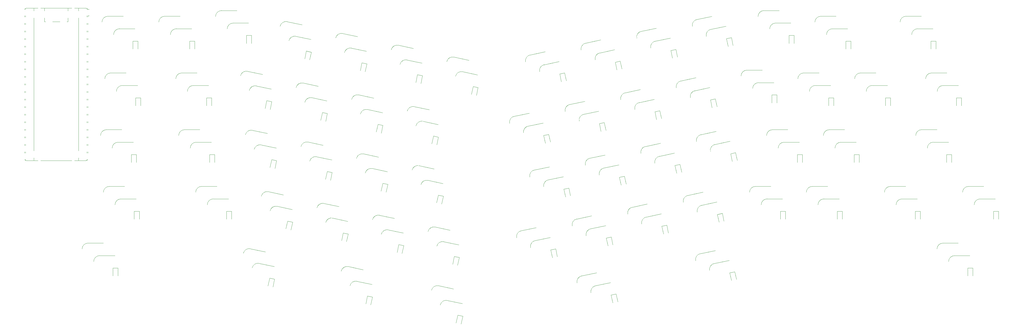
<source format=gbr>
%TF.GenerationSoftware,KiCad,Pcbnew,9.0.3*%
%TF.CreationDate,2025-08-01T16:02:48+05:00*%
%TF.ProjectId,Ayumu62,4179756d-7536-4322-9e6b-696361645f70,rev?*%
%TF.SameCoordinates,Original*%
%TF.FileFunction,Legend,Bot*%
%TF.FilePolarity,Positive*%
%FSLAX46Y46*%
G04 Gerber Fmt 4.6, Leading zero omitted, Abs format (unit mm)*
G04 Created by KiCad (PCBNEW 9.0.3) date 2025-08-01 16:02:48*
%MOMM*%
%LPD*%
G01*
G04 APERTURE LIST*
%ADD10C,0.120000*%
G04 APERTURE END LIST*
D10*
%TO.C,SW61*%
X248899404Y-169765419D02*
X253887957Y-168705070D01*
X253587409Y-173062784D02*
X258575962Y-172002434D01*
X247358932Y-172137538D02*
G75*
G02*
X248899404Y-169765419I1956295J415824D01*
G01*
X252046937Y-175434902D02*
G75*
G02*
X253587409Y-173062784I1956294J415824D01*
G01*
%TO.C,SW5*%
X329117500Y-82545600D02*
X334217500Y-82545600D01*
X333017500Y-86745600D02*
X338117500Y-86745600D01*
X327117500Y-84545600D02*
G75*
G02*
X329117500Y-82545600I1999999J1D01*
G01*
X331017500Y-88745600D02*
G75*
G02*
X333017500Y-86745600I1999999J1D01*
G01*
%TO.C,SW38*%
X143867186Y-141459144D02*
X148855738Y-142519493D01*
X146808732Y-146378219D02*
X151797285Y-147438569D01*
X141495067Y-142999615D02*
G75*
G02*
X143867186Y-141459144I1956294J-415823D01*
G01*
X144436613Y-147918691D02*
G75*
G02*
X146808732Y-146378218I1956295J-415822D01*
G01*
%TO.C,SW46*%
X250292704Y-91566819D02*
X255281257Y-90506470D01*
X254980709Y-94864184D02*
X259969262Y-93803834D01*
X248752232Y-93938938D02*
G75*
G02*
X250292704Y-91566819I1956295J415824D01*
G01*
X253440237Y-97236302D02*
G75*
G02*
X254980709Y-94864184I1956294J415824D01*
G01*
%TO.C,SW48*%
X287560204Y-83645419D02*
X292548757Y-82585070D01*
X292248209Y-86942784D02*
X297236762Y-85882434D01*
X286019732Y-86017538D02*
G75*
G02*
X287560204Y-83645419I1956295J415824D01*
G01*
X290707737Y-89314902D02*
G75*
G02*
X292248209Y-86942784I1956294J415824D01*
G01*
%TO.C,SW56*%
X288959804Y-122299119D02*
X293948357Y-121238770D01*
X293647809Y-125596484D02*
X298636362Y-124536134D01*
X287419332Y-124671238D02*
G75*
G02*
X288959804Y-122299119I1956295J415824D01*
G01*
X292107337Y-127968602D02*
G75*
G02*
X293647809Y-125596484I1956294J415824D01*
G01*
%TO.C,SW26*%
X150159286Y-84369744D02*
X155147838Y-85430093D01*
X153100832Y-89288819D02*
X158089385Y-90349169D01*
X147787167Y-85910215D02*
G75*
G02*
X150159286Y-84369744I1956294J-415823D01*
G01*
X150728713Y-90829291D02*
G75*
G02*
X153100832Y-89288818I1956295J-415822D01*
G01*
%TO.C,SW42*%
X170652086Y-166628044D02*
X175640638Y-167688393D01*
X173593632Y-171547119D02*
X178582185Y-172607469D01*
X168279967Y-168168515D02*
G75*
G02*
X170652086Y-166628044I1956294J-415823D01*
G01*
X171221513Y-173087591D02*
G75*
G02*
X173593632Y-171547118I1956295J-415822D01*
G01*
%TO.C,SW31*%
X155515386Y-104983844D02*
X160503938Y-106044193D01*
X158456932Y-109902919D02*
X163445485Y-110963269D01*
X153143267Y-106524315D02*
G75*
G02*
X155515386Y-104983844I1956294J-415823D01*
G01*
X156084813Y-111443391D02*
G75*
G02*
X158456932Y-109902918I1956295J-415822D01*
G01*
%TO.C,SW7*%
X304352500Y-100643100D02*
X309452500Y-100643100D01*
X308252500Y-104843100D02*
X313352500Y-104843100D01*
X302352500Y-102643100D02*
G75*
G02*
X304352500Y-100643100I1999999J1D01*
G01*
X306252500Y-106843100D02*
G75*
G02*
X308252500Y-104843100I1999999J1D01*
G01*
%TO.C,SW58*%
X247267904Y-150636619D02*
X252256457Y-149576270D01*
X251955909Y-153933984D02*
X256944462Y-152873634D01*
X245727432Y-153008738D02*
G75*
G02*
X247267904Y-150636619I1956295J415824D01*
G01*
X250415437Y-156306102D02*
G75*
G02*
X251955909Y-153933984I1956294J415824D01*
G01*
%TO.C,SW39*%
X162500886Y-145419844D02*
X167489438Y-146480193D01*
X165442432Y-150338919D02*
X170430985Y-151399269D01*
X160128767Y-146960315D02*
G75*
G02*
X162500886Y-145419844I1956294J-415823D01*
G01*
X163070313Y-151879391D02*
G75*
G02*
X165442432Y-150338918I1956295J-415822D01*
G01*
%TO.C,SW17*%
X362931300Y-120645600D02*
X368031300Y-120645600D01*
X366831300Y-124845600D02*
X371931300Y-124845600D01*
X360931300Y-122645600D02*
G75*
G02*
X362931300Y-120645600I1999999J1D01*
G01*
X364831300Y-126845600D02*
G75*
G02*
X366831300Y-124845600I1999999J1D01*
G01*
%TO.C,SW51*%
X263570304Y-108220219D02*
X268558857Y-107159870D01*
X268258309Y-111517584D02*
X273246862Y-110457234D01*
X262029832Y-110592338D02*
G75*
G02*
X263570304Y-108220219I1956295J415824D01*
G01*
X266717837Y-113889702D02*
G75*
G02*
X268258309Y-111517584I1956294J415824D01*
G01*
%TO.C,SW12*%
X366265000Y-101595600D02*
X371365000Y-101595600D01*
X370165000Y-105795600D02*
X375265000Y-105795600D01*
X364265000Y-103595600D02*
G75*
G02*
X366265000Y-101595600I1999999J1D01*
G01*
X368165000Y-107795600D02*
G75*
G02*
X370165000Y-105795600I1999999J1D01*
G01*
%TO.C,SW47*%
X268926504Y-87606119D02*
X273915057Y-86545770D01*
X273614509Y-90903484D02*
X278603062Y-89843134D01*
X267386032Y-89978238D02*
G75*
G02*
X268926504Y-87606119I1956295J415824D01*
G01*
X272074037Y-93275602D02*
G75*
G02*
X273614509Y-90903484I1956294J415824D01*
G01*
%TO.C,SW40*%
X181134586Y-149380544D02*
X186123138Y-150440893D01*
X184076132Y-154299619D02*
X189064685Y-155359969D01*
X178762467Y-150921015D02*
G75*
G02*
X181134586Y-149380544I1956294J-415823D01*
G01*
X181704013Y-155840091D02*
G75*
G02*
X184076132Y-154299618I1956295J-415822D01*
G01*
%TO.C,SW24*%
X83372500Y-158745600D02*
X88472500Y-158745600D01*
X87272500Y-162945600D02*
X92372500Y-162945600D01*
X81372500Y-160745600D02*
G75*
G02*
X83372500Y-158745600I1999999J1D01*
G01*
X85272500Y-164945600D02*
G75*
G02*
X87272500Y-162945600I1999999J1D01*
G01*
%TO.C,SW57*%
X228634204Y-154597319D02*
X233622757Y-153536970D01*
X233322209Y-157894684D02*
X238310762Y-156834334D01*
X227093732Y-156969438D02*
G75*
G02*
X228634204Y-154597319I1956295J415824D01*
G01*
X231781737Y-160266802D02*
G75*
G02*
X233322209Y-157894684I1956294J415824D01*
G01*
%TO.C,SW52*%
X282204004Y-104259519D02*
X287192557Y-103199170D01*
X286892009Y-107556884D02*
X291880562Y-106496534D01*
X280663532Y-106631638D02*
G75*
G02*
X282204004Y-104259519I1956295J415824D01*
G01*
X285351537Y-109929002D02*
G75*
G02*
X286892009Y-107556884I1956294J415824D01*
G01*
%TO.C,SW3*%
X90040000Y-82545600D02*
X95140000Y-82545600D01*
X93940000Y-86745600D02*
X99040000Y-86745600D01*
X88040000Y-84545600D02*
G75*
G02*
X90040000Y-82545600I1999999J1D01*
G01*
X91940000Y-88745600D02*
G75*
G02*
X93940000Y-86745600I1999999J1D01*
G01*
%TO.C,SW30*%
X136881686Y-101023144D02*
X141870238Y-102083493D01*
X139823232Y-105942219D02*
X144811785Y-107002569D01*
X134509567Y-102563615D02*
G75*
G02*
X136881686Y-101023144I1956294J-415823D01*
G01*
X137451113Y-107482691D02*
G75*
G02*
X139823232Y-105942218I1956295J-415822D01*
G01*
%TO.C,SW45*%
X231659004Y-95527619D02*
X236647557Y-94467270D01*
X236347009Y-98824984D02*
X241335562Y-97764634D01*
X230118532Y-97899738D02*
G75*
G02*
X231659004Y-95527619I1956295J415824D01*
G01*
X234806537Y-101197102D02*
G75*
G02*
X236347009Y-98824984I1956294J415824D01*
G01*
%TO.C,SW20*%
X307210000Y-139695600D02*
X312310000Y-139695600D01*
X311110000Y-143895600D02*
X316210000Y-143895600D01*
X305210000Y-141695600D02*
G75*
G02*
X307210000Y-139695600I1999999J1D01*
G01*
X309110000Y-145895600D02*
G75*
G02*
X311110000Y-143895600I1999999J1D01*
G01*
%TO.C,SW55*%
X270326104Y-126259819D02*
X275314657Y-125199470D01*
X275014109Y-129557184D02*
X280002662Y-128496834D01*
X268785632Y-128631938D02*
G75*
G02*
X270326104Y-126259819I1956295J415824D01*
G01*
X273473637Y-131929302D02*
G75*
G02*
X275014109Y-129557184I1956294J415824D01*
G01*
%TO.C,SW37*%
X194412186Y-132727244D02*
X199400738Y-133787593D01*
X197353732Y-137646319D02*
X202342285Y-138706669D01*
X192040067Y-134267715D02*
G75*
G02*
X194412186Y-132727244I1956294J-415823D01*
G01*
X194981613Y-139186791D02*
G75*
G02*
X197353732Y-137646318I1956295J-415822D01*
G01*
%TO.C,SW50*%
X244936604Y-112180919D02*
X249925157Y-111120570D01*
X249624609Y-115478284D02*
X254613162Y-114417934D01*
X243396132Y-114553038D02*
G75*
G02*
X244936604Y-112180919I1956295J415824D01*
G01*
X248084137Y-117850402D02*
G75*
G02*
X249624609Y-115478284I1956294J415824D01*
G01*
%TO.C,SW34*%
X138511086Y-120845044D02*
X143499638Y-121905393D01*
X141452632Y-125764119D02*
X146441185Y-126824469D01*
X136138967Y-122385515D02*
G75*
G02*
X138511086Y-120845044I1956294J-415823D01*
G01*
X139080513Y-127304591D02*
G75*
G02*
X141452632Y-125764118I1956295J-415822D01*
G01*
%TO.C,SW10*%
X323402500Y-101595600D02*
X328502500Y-101595600D01*
X327302500Y-105795600D02*
X332402500Y-105795600D01*
X321402500Y-103595600D02*
G75*
G02*
X323402500Y-101595600I1999999J1D01*
G01*
X325302500Y-107795600D02*
G75*
G02*
X327302500Y-105795600I1999999J1D01*
G01*
%TO.C,SW8*%
X90992500Y-101595600D02*
X96092500Y-101595600D01*
X94892500Y-105795600D02*
X99992500Y-105795600D01*
X88992500Y-103595600D02*
G75*
G02*
X90992500Y-101595600I1999999J1D01*
G01*
X92892500Y-107795600D02*
G75*
G02*
X94892500Y-105795600I1999999J1D01*
G01*
%TO.C,SW13*%
X89563800Y-120645600D02*
X94663800Y-120645600D01*
X93463800Y-124845600D02*
X98563800Y-124845600D01*
X87563800Y-122645600D02*
G75*
G02*
X89563800Y-120645600I1999999J1D01*
G01*
X91463800Y-126845600D02*
G75*
G02*
X93463800Y-124845600I1999999J1D01*
G01*
%TO.C,SW1*%
X128140000Y-80640600D02*
X133240000Y-80640600D01*
X132040000Y-84840600D02*
X137140000Y-84840600D01*
X126140000Y-82640600D02*
G75*
G02*
X128140000Y-80640600I1999999J1D01*
G01*
X130040000Y-86840600D02*
G75*
G02*
X132040000Y-84840600I1999999J1D01*
G01*
%TO.C,SW21*%
X326260000Y-139695600D02*
X331360000Y-139695600D01*
X330160000Y-143895600D02*
X335260000Y-143895600D01*
X324260000Y-141695600D02*
G75*
G02*
X326260000Y-139695600I1999999J1D01*
G01*
X328160000Y-145895600D02*
G75*
G02*
X330160000Y-143895600I1999999J1D01*
G01*
%TO.C,SW29*%
X206060386Y-96251944D02*
X211048938Y-97312293D01*
X209001932Y-101171019D02*
X213990485Y-102231369D01*
X203688267Y-97792415D02*
G75*
G02*
X206060386Y-96251944I1956294J-415823D01*
G01*
X206629813Y-102711491D02*
G75*
G02*
X209001932Y-101171018I1956295J-415822D01*
G01*
%TO.C,SW11*%
X342452500Y-101595600D02*
X347552500Y-101595600D01*
X346352500Y-105795600D02*
X351452500Y-105795600D01*
X340452500Y-103595600D02*
G75*
G02*
X342452500Y-101595600I1999999J1D01*
G01*
X344352500Y-107795600D02*
G75*
G02*
X346352500Y-105795600I1999999J1D01*
G01*
%TO.C,SW44*%
X137845086Y-160628444D02*
X142833638Y-161688793D01*
X140786632Y-165547519D02*
X145775185Y-166607869D01*
X135472967Y-162168915D02*
G75*
G02*
X137845086Y-160628444I1956294J-415823D01*
G01*
X138414513Y-167087991D02*
G75*
G02*
X140786632Y-165547518I1956295J-415822D01*
G01*
%TO.C,SW2*%
X310067500Y-80640600D02*
X315167500Y-80640600D01*
X313967500Y-84840600D02*
X319067500Y-84840600D01*
X308067500Y-82640600D02*
G75*
G02*
X310067500Y-80640600I1999999J1D01*
G01*
X311967500Y-86840600D02*
G75*
G02*
X313967500Y-84840600I1999999J1D01*
G01*
%TO.C,SW14*%
X115757500Y-120645600D02*
X120857500Y-120645600D01*
X119657500Y-124845600D02*
X124757500Y-124845600D01*
X113757500Y-122645600D02*
G75*
G02*
X115757500Y-120645600I1999999J1D01*
G01*
X117657500Y-126845600D02*
G75*
G02*
X119657500Y-124845600I1999999J1D01*
G01*
%TO.C,SW9*%
X114805000Y-101595600D02*
X119905000Y-101595600D01*
X118705000Y-105795600D02*
X123805000Y-105795600D01*
X112805000Y-103595600D02*
G75*
G02*
X114805000Y-101595600I1999999J1D01*
G01*
X116705000Y-107795600D02*
G75*
G02*
X118705000Y-105795600I1999999J1D01*
G01*
%TO.C,SW60*%
X284535404Y-142715119D02*
X289523957Y-141654770D01*
X289223409Y-146012484D02*
X294211962Y-144952134D01*
X282994932Y-145087238D02*
G75*
G02*
X284535404Y-142715119I1956295J415824D01*
G01*
X287682937Y-148384602D02*
G75*
G02*
X289223409Y-146012484I1956294J415824D01*
G01*
%TO.C,SW27*%
X168792986Y-88330544D02*
X173781538Y-89390893D01*
X171734532Y-93249619D02*
X176723085Y-94309969D01*
X166420867Y-89871015D02*
G75*
G02*
X168792986Y-88330544I1956294J-415823D01*
G01*
X169362413Y-94790091D02*
G75*
G02*
X171734532Y-93249618I1956295J-415822D01*
G01*
%TO.C,SW62*%
X288694104Y-162280519D02*
X293682657Y-161220170D01*
X293382109Y-165577884D02*
X298370662Y-164517534D01*
X287153632Y-164652638D02*
G75*
G02*
X288694104Y-162280519I1956295J415824D01*
G01*
X291841637Y-167950002D02*
G75*
G02*
X293382109Y-165577884I1956294J415824D01*
G01*
%TO.C,SW49*%
X226302904Y-116141619D02*
X231291457Y-115081270D01*
X230990909Y-119438984D02*
X235979462Y-118378634D01*
X224762432Y-118513738D02*
G75*
G02*
X226302904Y-116141619I1956295J415824D01*
G01*
X229450437Y-121811102D02*
G75*
G02*
X230990909Y-119438984I1956294J415824D01*
G01*
%TO.C,SW28*%
X187426686Y-92291244D02*
X192415238Y-93351593D01*
X190368232Y-97210319D02*
X195356785Y-98270669D01*
X185054567Y-93831715D02*
G75*
G02*
X187426686Y-92291244I1956294J-415823D01*
G01*
X187996113Y-98750791D02*
G75*
G02*
X190368232Y-97210318I1956295J-415822D01*
G01*
%TO.C,SW33*%
X192782786Y-112905244D02*
X197771338Y-113965593D01*
X195724332Y-117824319D02*
X200712885Y-118884669D01*
X190410667Y-114445715D02*
G75*
G02*
X192782786Y-112905244I1956294J-415823D01*
G01*
X193352213Y-119364791D02*
G75*
G02*
X195724332Y-117824318I1956295J-415822D01*
G01*
%TO.C,SW32*%
X174149086Y-108944544D02*
X179137638Y-110004893D01*
X177090632Y-113863619D02*
X182079185Y-114923969D01*
X171776967Y-110485015D02*
G75*
G02*
X174149086Y-108944544I1956294J-415823D01*
G01*
X174718513Y-115404091D02*
G75*
G02*
X177090632Y-113863618I1956295J-415822D01*
G01*
%TO.C,SW19*%
X121472500Y-139695600D02*
X126572500Y-139695600D01*
X125372500Y-143895600D02*
X130472500Y-143895600D01*
X119472500Y-141695600D02*
G75*
G02*
X121472500Y-139695600I1999999J1D01*
G01*
X123372500Y-145895600D02*
G75*
G02*
X125372500Y-143895600I1999999J1D01*
G01*
%TO.C,SW22*%
X352453800Y-139695600D02*
X357553800Y-139695600D01*
X356353800Y-143895600D02*
X361453800Y-143895600D01*
X350453800Y-141695600D02*
G75*
G02*
X352453800Y-139695600I1999999J1D01*
G01*
X354353800Y-145895600D02*
G75*
G02*
X356353800Y-143895600I1999999J1D01*
G01*
%TO.C,SW41*%
X199768386Y-153341244D02*
X204756938Y-154401593D01*
X202709932Y-158260319D02*
X207698485Y-159320669D01*
X197396267Y-154881715D02*
G75*
G02*
X199768386Y-153341244I1956294J-415823D01*
G01*
X200337813Y-159800791D02*
G75*
G02*
X202709932Y-158260318I1956295J-415822D01*
G01*
%TO.C,SW4*%
X109090000Y-82545600D02*
X114190000Y-82545600D01*
X112990000Y-86745600D02*
X118090000Y-86745600D01*
X107090000Y-84545600D02*
G75*
G02*
X109090000Y-82545600I1999999J1D01*
G01*
X110990000Y-88745600D02*
G75*
G02*
X112990000Y-86745600I1999999J1D01*
G01*
%TO.C,SW23*%
X378647500Y-139695600D02*
X383747500Y-139695600D01*
X382547500Y-143895600D02*
X387647500Y-143895600D01*
X376647500Y-141695600D02*
G75*
G02*
X378647500Y-139695600I1999999J1D01*
G01*
X380547500Y-145895600D02*
G75*
G02*
X382547500Y-143895600I1999999J1D01*
G01*
%TO.C,SW36*%
X175778486Y-128766544D02*
X180767038Y-129826893D01*
X178720032Y-133685619D02*
X183708585Y-134745969D01*
X173406367Y-130307015D02*
G75*
G02*
X175778486Y-128766544I1956294J-415823D01*
G01*
X176347913Y-135226091D02*
G75*
G02*
X178720032Y-133685618I1956295J-415822D01*
G01*
%TO.C,SW35*%
X157144786Y-124805744D02*
X162133338Y-125866093D01*
X160086332Y-129724819D02*
X165074885Y-130785169D01*
X154772667Y-126346215D02*
G75*
G02*
X157144786Y-124805744I1956294J-415823D01*
G01*
X157714213Y-131265291D02*
G75*
G02*
X160086332Y-129724818I1956295J-415822D01*
G01*
%TO.C,SW6*%
X357692500Y-82545600D02*
X362792500Y-82545600D01*
X361592500Y-86745600D02*
X366692500Y-86745600D01*
X355692500Y-84545600D02*
G75*
G02*
X357692500Y-82545600I1999999J1D01*
G01*
X359592500Y-88745600D02*
G75*
G02*
X361592500Y-86745600I1999999J1D01*
G01*
%TO.C,SW54*%
X251692404Y-130220519D02*
X256680957Y-129160170D01*
X256380409Y-133517884D02*
X261368962Y-132457534D01*
X250151932Y-132592638D02*
G75*
G02*
X251692404Y-130220519I1956295J415824D01*
G01*
X254839937Y-135890002D02*
G75*
G02*
X256380409Y-133517884I1956294J415824D01*
G01*
%TO.C,SW16*%
X331975000Y-120645600D02*
X337075000Y-120645600D01*
X335875000Y-124845600D02*
X340975000Y-124845600D01*
X329975000Y-122645600D02*
G75*
G02*
X331975000Y-120645600I1999999J1D01*
G01*
X333875000Y-126845600D02*
G75*
G02*
X335875000Y-124845600I1999999J1D01*
G01*
%TO.C,SW43*%
X200931886Y-173064244D02*
X205920438Y-174124593D01*
X203873432Y-177983319D02*
X208861985Y-179043669D01*
X198559767Y-174604715D02*
G75*
G02*
X200931886Y-173064244I1956294J-415823D01*
G01*
X201501313Y-179523791D02*
G75*
G02*
X203873432Y-177983318I1956295J-415822D01*
G01*
%TO.C,SW25*%
X370075000Y-158745600D02*
X375175000Y-158745600D01*
X373975000Y-162945600D02*
X379075000Y-162945600D01*
X368075000Y-160745600D02*
G75*
G02*
X370075000Y-158745600I1999999J1D01*
G01*
X371975000Y-164945600D02*
G75*
G02*
X373975000Y-162945600I1999999J1D01*
G01*
%TO.C,SW15*%
X312925000Y-120645600D02*
X318025000Y-120645600D01*
X316825000Y-124845600D02*
X321925000Y-124845600D01*
X310925000Y-122645600D02*
G75*
G02*
X312925000Y-120645600I1999999J1D01*
G01*
X314825000Y-126845600D02*
G75*
G02*
X316825000Y-124845600I1999999J1D01*
G01*
%TO.C,SW59*%
X265901604Y-146675819D02*
X270890157Y-145615470D01*
X270589609Y-149973184D02*
X275578162Y-148912834D01*
X264361132Y-149047938D02*
G75*
G02*
X265901604Y-146675819I1956295J415824D01*
G01*
X269049137Y-152345302D02*
G75*
G02*
X270589609Y-149973184I1956294J415824D01*
G01*
%TO.C,SW18*%
X90516300Y-139695600D02*
X95616300Y-139695600D01*
X94416300Y-143895600D02*
X99516300Y-143895600D01*
X88516300Y-141695600D02*
G75*
G02*
X90516300Y-139695600I1999999J1D01*
G01*
X92416300Y-145895600D02*
G75*
G02*
X94416300Y-143895600I1999999J1D01*
G01*
%TO.C,SW53*%
X233058704Y-134181219D02*
X238047257Y-133120870D01*
X237746709Y-137478584D02*
X242735262Y-136418234D01*
X231518232Y-136553338D02*
G75*
G02*
X233058704Y-134181219I1956295J415824D01*
G01*
X236206237Y-139850702D02*
G75*
G02*
X237746709Y-137478584I1956294J415824D01*
G01*
%TO.C,D16*%
X340305000Y-128965600D02*
X340305000Y-131625600D01*
X340305000Y-128965600D02*
X342005000Y-128965600D01*
X342005000Y-128965600D02*
X342005000Y-131625600D01*
%TO.C,D3*%
X98370000Y-90865600D02*
X98370000Y-93525600D01*
X98370000Y-90865600D02*
X100070000Y-90865600D01*
X100070000Y-90865600D02*
X100070000Y-93525600D01*
%TO.C,D49*%
X236180737Y-122547907D02*
X236733782Y-125149780D01*
X236180737Y-122547907D02*
X237843588Y-122194457D01*
X237843588Y-122194457D02*
X238396633Y-124796330D01*
%TO.C,D31*%
X161933512Y-114853957D02*
X161380467Y-117455830D01*
X161933512Y-114853957D02*
X163596363Y-115207407D01*
X163596363Y-115207407D02*
X163043318Y-117809280D01*
%TO.C,D33*%
X199200912Y-122775357D02*
X198647867Y-125377230D01*
X199200912Y-122775357D02*
X200863763Y-123128807D01*
X200863763Y-123128807D02*
X200310718Y-125730680D01*
%TO.C,D15*%
X321255000Y-128965600D02*
X321255000Y-131625600D01*
X321255000Y-128965600D02*
X322955000Y-128965600D01*
X322955000Y-128965600D02*
X322955000Y-131625600D01*
%TO.C,D5*%
X337447500Y-90865600D02*
X337447500Y-93525600D01*
X337447500Y-90865600D02*
X339147500Y-90865600D01*
X339147500Y-90865600D02*
X339147500Y-93525600D01*
%TO.C,D41*%
X206186512Y-163211357D02*
X205633467Y-165813230D01*
X206186512Y-163211357D02*
X207849363Y-163564807D01*
X207849363Y-163564807D02*
X207296318Y-166166680D01*
%TO.C,D1*%
X136470000Y-88960600D02*
X136470000Y-91620600D01*
X136470000Y-88960600D02*
X138170000Y-88960600D01*
X138170000Y-88960600D02*
X138170000Y-91620600D01*
%TO.C,D38*%
X150285312Y-151329257D02*
X149732267Y-153931130D01*
X150285312Y-151329257D02*
X151948163Y-151682707D01*
X151948163Y-151682707D02*
X151395118Y-154284580D01*
%TO.C,D6*%
X366022500Y-90865600D02*
X366022500Y-93525600D01*
X366022500Y-90865600D02*
X367722500Y-90865600D01*
X367722500Y-90865600D02*
X367722500Y-93525600D01*
%TO.C,D54*%
X261570137Y-136626807D02*
X262123182Y-139228680D01*
X261570137Y-136626807D02*
X263232988Y-136273357D01*
X263232988Y-136273357D02*
X263786033Y-138875230D01*
%TO.C,D61*%
X258777237Y-176171607D02*
X259330282Y-178773480D01*
X258777237Y-176171607D02*
X260440088Y-175818157D01*
X260440088Y-175818157D02*
X260993133Y-178420030D01*
%TO.C,D27*%
X175211112Y-98200557D02*
X174658067Y-100802430D01*
X175211112Y-98200557D02*
X176873963Y-98554007D01*
X176873963Y-98554007D02*
X176320918Y-101155880D01*
%TO.C,D14*%
X124087500Y-128965600D02*
X124087500Y-131625600D01*
X124087500Y-128965600D02*
X125787500Y-128965600D01*
X125787500Y-128965600D02*
X125787500Y-131625600D01*
%TO.C,D8*%
X99322500Y-109915600D02*
X99322500Y-112575600D01*
X99322500Y-109915600D02*
X101022500Y-109915600D01*
X101022500Y-109915600D02*
X101022500Y-112575600D01*
%TO.C,D43*%
X207350012Y-182934257D02*
X206796967Y-185536130D01*
X207350012Y-182934257D02*
X209012863Y-183287707D01*
X209012863Y-183287707D02*
X208459818Y-185889580D01*
%TO.C,D24*%
X91702500Y-167065600D02*
X91702500Y-169725600D01*
X91702500Y-167065600D02*
X93402500Y-167065600D01*
X93402500Y-167065600D02*
X93402500Y-169725600D01*
%TO.C,D19*%
X129802500Y-148015600D02*
X129802500Y-150675600D01*
X129802500Y-148015600D02*
X131502500Y-148015600D01*
X131502500Y-148015600D02*
X131502500Y-150675600D01*
%TO.C,D50*%
X254814437Y-118587207D02*
X255367482Y-121189080D01*
X254814437Y-118587207D02*
X256477288Y-118233757D01*
X256477288Y-118233757D02*
X257030333Y-120835630D01*
%TO.C,D30*%
X143299812Y-110893257D02*
X142746767Y-113495130D01*
X143299812Y-110893257D02*
X144962663Y-111246707D01*
X144962663Y-111246707D02*
X144409618Y-113848580D01*
%TO.C,D40*%
X187552812Y-159250657D02*
X186999767Y-161852530D01*
X187552812Y-159250657D02*
X189215663Y-159604107D01*
X189215663Y-159604107D02*
X188662618Y-162205980D01*
%TO.C,D12*%
X374595000Y-109915600D02*
X374595000Y-112575600D01*
X374595000Y-109915600D02*
X376295000Y-109915600D01*
X376295000Y-109915600D02*
X376295000Y-112575600D01*
%TO.C,D55*%
X280203937Y-132666107D02*
X280756982Y-135267980D01*
X280203937Y-132666107D02*
X281866788Y-132312657D01*
X281866788Y-132312657D02*
X282419833Y-134914530D01*
%TO.C,D34*%
X144929212Y-130715157D02*
X144376167Y-133317030D01*
X144929212Y-130715157D02*
X146592063Y-131068607D01*
X146592063Y-131068607D02*
X146039018Y-133670480D01*
%TO.C,D32*%
X180567212Y-118814657D02*
X180014167Y-121416530D01*
X180567212Y-118814657D02*
X182230063Y-119168107D01*
X182230063Y-119168107D02*
X181677018Y-121769980D01*
%TO.C,D4*%
X117420000Y-90865600D02*
X117420000Y-93525600D01*
X117420000Y-90865600D02*
X119120000Y-90865600D01*
X119120000Y-90865600D02*
X119120000Y-93525600D01*
%TO.C,D51*%
X273448137Y-114626507D02*
X274001182Y-117228380D01*
X273448137Y-114626507D02*
X275110988Y-114273057D01*
X275110988Y-114273057D02*
X275664033Y-116874930D01*
%TO.C,D23*%
X386977500Y-148015600D02*
X386977500Y-150675600D01*
X386977500Y-148015600D02*
X388677500Y-148015600D01*
X388677500Y-148015600D02*
X388677500Y-150675600D01*
%TO.C,D25*%
X378405000Y-167065600D02*
X378405000Y-169725600D01*
X378405000Y-167065600D02*
X380105000Y-167065600D01*
X380105000Y-167065600D02*
X380105000Y-169725600D01*
%TO.C,D20*%
X315540000Y-148015600D02*
X315540000Y-150675600D01*
X315540000Y-148015600D02*
X317240000Y-148015600D01*
X317240000Y-148015600D02*
X317240000Y-150675600D01*
%TO.C,D18*%
X98846300Y-148015600D02*
X98846300Y-150675600D01*
X98846300Y-148015600D02*
X100546300Y-148015600D01*
X100546300Y-148015600D02*
X100546300Y-150675600D01*
%TO.C,D28*%
X193844812Y-102161357D02*
X193291767Y-104763230D01*
X193844812Y-102161357D02*
X195507663Y-102514807D01*
X195507663Y-102514807D02*
X194954618Y-105116680D01*
%TO.C,D62*%
X298571937Y-168686807D02*
X299124982Y-171288680D01*
X298571937Y-168686807D02*
X300234788Y-168333357D01*
X300234788Y-168333357D02*
X300787833Y-170935230D01*
%TO.C,D36*%
X182196612Y-138636557D02*
X181643567Y-141238430D01*
X182196612Y-138636557D02*
X183859463Y-138990007D01*
X183859463Y-138990007D02*
X183306418Y-141591880D01*
%TO.C,D13*%
X97893800Y-128965600D02*
X97893800Y-131625600D01*
X97893800Y-128965600D02*
X99593800Y-128965600D01*
X99593800Y-128965600D02*
X99593800Y-131625600D01*
%TO.C,D45*%
X241536837Y-101933907D02*
X242089882Y-104535780D01*
X241536837Y-101933907D02*
X243199688Y-101580457D01*
X243199688Y-101580457D02*
X243752733Y-104182330D01*
%TO.C,D21*%
X334590000Y-148015600D02*
X334590000Y-150675600D01*
X334590000Y-148015600D02*
X336290000Y-148015600D01*
X336290000Y-148015600D02*
X336290000Y-150675600D01*
%TO.C,D53*%
X242936437Y-140587507D02*
X243489482Y-143189380D01*
X242936437Y-140587507D02*
X244599288Y-140234057D01*
X244599288Y-140234057D02*
X245152333Y-142835930D01*
%TO.C,D48*%
X297437937Y-90051707D02*
X297990982Y-92653580D01*
X297437937Y-90051707D02*
X299100788Y-89698257D01*
X299100788Y-89698257D02*
X299653833Y-92300130D01*
%TO.C,D9*%
X123135000Y-109915600D02*
X123135000Y-112575600D01*
X123135000Y-109915600D02*
X124835000Y-109915600D01*
X124835000Y-109915600D02*
X124835000Y-112575600D01*
%TO.C,D57*%
X238512037Y-161003607D02*
X239065082Y-163605480D01*
X238512037Y-161003607D02*
X240174888Y-160650157D01*
X240174888Y-160650157D02*
X240727933Y-163252030D01*
%TO.C,D56*%
X298837637Y-128705407D02*
X299390682Y-131307280D01*
X298837637Y-128705407D02*
X300500488Y-128351957D01*
X300500488Y-128351957D02*
X301053533Y-130953830D01*
%TO.C,D44*%
X144263212Y-170498557D02*
X143710167Y-173100430D01*
X144263212Y-170498557D02*
X145926063Y-170852007D01*
X145926063Y-170852007D02*
X145373018Y-173453880D01*
%TO.C,D11*%
X350782500Y-109915600D02*
X350782500Y-112575600D01*
X350782500Y-109915600D02*
X352482500Y-109915600D01*
X352482500Y-109915600D02*
X352482500Y-112575600D01*
%TO.C,D17*%
X371261300Y-128965600D02*
X371261300Y-131625600D01*
X371261300Y-128965600D02*
X372961300Y-128965600D01*
X372961300Y-128965600D02*
X372961300Y-131625600D01*
%TO.C,D2*%
X318397500Y-88960600D02*
X318397500Y-91620600D01*
X318397500Y-88960600D02*
X320097500Y-88960600D01*
X320097500Y-88960600D02*
X320097500Y-91620600D01*
%TO.C,D37*%
X200830312Y-142597357D02*
X200277267Y-145199230D01*
X200830312Y-142597357D02*
X202493163Y-142950807D01*
X202493163Y-142950807D02*
X201940118Y-145552680D01*
%TO.C,D39*%
X168919012Y-155289957D02*
X168365967Y-157891830D01*
X168919012Y-155289957D02*
X170581863Y-155643407D01*
X170581863Y-155643407D02*
X170028818Y-158245280D01*
%TO.C,D35*%
X163562912Y-134675857D02*
X163009867Y-137277730D01*
X163562912Y-134675857D02*
X165225763Y-135029307D01*
X165225763Y-135029307D02*
X164672718Y-137631180D01*
%TO.C,D58*%
X257145737Y-157042807D02*
X257698782Y-159644680D01*
X257145737Y-157042807D02*
X258808588Y-156689357D01*
X258808588Y-156689357D02*
X259361633Y-159291230D01*
%TO.C,D22*%
X360783800Y-148015600D02*
X360783800Y-150675600D01*
X360783800Y-148015600D02*
X362483800Y-148015600D01*
X362483800Y-148015600D02*
X362483800Y-150675600D01*
%TO.C,D52*%
X292081837Y-110665807D02*
X292634882Y-113267680D01*
X292081837Y-110665807D02*
X293744688Y-110312357D01*
X293744688Y-110312357D02*
X294297733Y-112914230D01*
%TO.C,D46*%
X260170537Y-97973107D02*
X260723582Y-100574980D01*
X260170537Y-97973107D02*
X261833388Y-97619657D01*
X261833388Y-97619657D02*
X262386433Y-100221530D01*
%TO.C,D29*%
X212478512Y-106122057D02*
X211925467Y-108723930D01*
X212478512Y-106122057D02*
X214141363Y-106475507D01*
X214141363Y-106475507D02*
X213588318Y-109077380D01*
%TO.C,D10*%
X331732500Y-109915600D02*
X331732500Y-112575600D01*
X331732500Y-109915600D02*
X333432500Y-109915600D01*
X333432500Y-109915600D02*
X333432500Y-112575600D01*
%TO.C,D7*%
X312682500Y-108963100D02*
X312682500Y-111623100D01*
X312682500Y-108963100D02*
X314382500Y-108963100D01*
X314382500Y-108963100D02*
X314382500Y-111623100D01*
%TO.C,D47*%
X278804237Y-94012407D02*
X279357282Y-96614280D01*
X278804237Y-94012407D02*
X280467088Y-93658957D01*
X280467088Y-93658957D02*
X281020133Y-96260830D01*
%TO.C,D42*%
X177070212Y-176498157D02*
X176517167Y-179100030D01*
X177070212Y-176498157D02*
X178733063Y-176851607D01*
X178733063Y-176851607D02*
X178180018Y-179453480D01*
%TO.C,D59*%
X275779437Y-153082107D02*
X276332482Y-155683980D01*
X275779437Y-153082107D02*
X277442288Y-152728657D01*
X277442288Y-152728657D02*
X277995333Y-155330530D01*
%TO.C,D26*%
X156577412Y-94239857D02*
X156024367Y-96841730D01*
X156577412Y-94239857D02*
X158240263Y-94593307D01*
X158240263Y-94593307D02*
X157687218Y-97195180D01*
%TO.C,D60*%
X294413137Y-149121407D02*
X294966182Y-151723280D01*
X294413137Y-149121407D02*
X296075988Y-148767957D01*
X296075988Y-148767957D02*
X296629033Y-151369830D01*
%TO.C,A1*%
X62080000Y-82358100D02*
X62080000Y-82778100D01*
X62080000Y-84898100D02*
X62080000Y-85318100D01*
X62080000Y-87438100D02*
X62080000Y-87858100D01*
X62080000Y-89978100D02*
X62080000Y-90398100D01*
X62080000Y-92518100D02*
X62080000Y-92938100D01*
X62080000Y-95058100D02*
X62080000Y-95478100D01*
X62080000Y-97598100D02*
X62080000Y-98018100D01*
X62080000Y-100138100D02*
X62080000Y-100558100D01*
X62080000Y-102678100D02*
X62080000Y-103098100D01*
X62080000Y-105218100D02*
X62080000Y-105638100D01*
X62080000Y-107758100D02*
X62080000Y-108178100D01*
X62080000Y-110298100D02*
X62080000Y-110718100D01*
X62080000Y-112838100D02*
X62080000Y-113258100D01*
X62080000Y-115378100D02*
X62080000Y-115798100D01*
X62080000Y-117918100D02*
X62080000Y-118338100D01*
X62080000Y-120458100D02*
X62080000Y-120878100D01*
X62080000Y-122998100D02*
X62080000Y-123418100D01*
X62080000Y-125538100D02*
X62080000Y-125958100D01*
X62080000Y-128078100D02*
X62080000Y-128498100D01*
X62420000Y-80238163D02*
X62420000Y-79881100D01*
X62420000Y-82358100D02*
X62420000Y-82778100D01*
X62420000Y-84898100D02*
X62420000Y-85318100D01*
X62420000Y-87438100D02*
X62420000Y-87858100D01*
X62420000Y-89978100D02*
X62420000Y-90398100D01*
X62420000Y-92518100D02*
X62420000Y-92938100D01*
X62420000Y-95058100D02*
X62420000Y-95478100D01*
X62420000Y-97598100D02*
X62420000Y-98018100D01*
X62420000Y-100138100D02*
X62420000Y-100558100D01*
X62420000Y-102678100D02*
X62420000Y-103098100D01*
X62420000Y-105218100D02*
X62420000Y-105638100D01*
X62420000Y-107758100D02*
X62420000Y-108178100D01*
X62420000Y-110298100D02*
X62420000Y-110718100D01*
X62420000Y-112838100D02*
X62420000Y-113258100D01*
X62420000Y-115378100D02*
X62420000Y-115798100D01*
X62420000Y-117918100D02*
X62420000Y-118338100D01*
X62420000Y-120458100D02*
X62420000Y-120878100D01*
X62420000Y-122998100D02*
X62420000Y-123418100D01*
X62420000Y-125538100D02*
X62420000Y-125958100D01*
X62420000Y-128078100D02*
X62420000Y-128498100D01*
X62420000Y-130618037D02*
X62420000Y-130975100D01*
X62690000Y-79818100D02*
X65180000Y-79818100D01*
X65180000Y-79818100D02*
X65180000Y-80731620D01*
X65180000Y-83124580D02*
X65180000Y-127731620D01*
X65180000Y-130124580D02*
X65180000Y-131038100D01*
X66527939Y-79818100D02*
X65180000Y-79818100D01*
X66527939Y-131038100D02*
X62690000Y-131038100D01*
X67452061Y-131038100D02*
X69090000Y-131038100D01*
X68455000Y-79818100D02*
X67452061Y-79818100D01*
X68790000Y-79818100D02*
X68790000Y-80734100D01*
X68790000Y-83122100D02*
X68790000Y-84338100D01*
X69086090Y-84338100D02*
X68790000Y-84338100D01*
X69090000Y-131038100D02*
X76290000Y-131038100D01*
X73936090Y-84338100D02*
X71443910Y-84338100D01*
X76290000Y-131038100D02*
X77927939Y-131038100D01*
X76590000Y-79818100D02*
X76590000Y-80734100D01*
X76590000Y-83122100D02*
X76590000Y-84338100D01*
X76590000Y-84338100D02*
X76293910Y-84338100D01*
X76925000Y-79818100D02*
X68455000Y-79818100D01*
X77927939Y-79818100D02*
X76925000Y-79818100D01*
X80200000Y-79818100D02*
X78852060Y-79818100D01*
X80200000Y-79818100D02*
X80200000Y-80731620D01*
X80200000Y-83124580D02*
X80200000Y-127731620D01*
X80200000Y-130124580D02*
X80200000Y-131038100D01*
X82690000Y-79818100D02*
X80200000Y-79818100D01*
X82690000Y-131038100D02*
X78852061Y-131038100D01*
X82960000Y-80238163D02*
X82960000Y-79881100D01*
X82960000Y-82358100D02*
X82960000Y-82778100D01*
X82960000Y-84898100D02*
X82960000Y-85318100D01*
X82960000Y-87438100D02*
X82960000Y-87858100D01*
X82960000Y-89978100D02*
X82960000Y-90398100D01*
X82960000Y-92518100D02*
X82960000Y-92938100D01*
X82960000Y-95058100D02*
X82960000Y-95478100D01*
X82960000Y-97598100D02*
X82960000Y-98018100D01*
X82960000Y-100138100D02*
X82960000Y-100558100D01*
X82960000Y-102678100D02*
X82960000Y-103098100D01*
X82960000Y-105218100D02*
X82960000Y-105638100D01*
X82960000Y-107758100D02*
X82960000Y-108178100D01*
X82960000Y-110298100D02*
X82960000Y-110718100D01*
X82960000Y-112838100D02*
X82960000Y-113258100D01*
X82960000Y-115378100D02*
X82960000Y-115798100D01*
X82960000Y-117918100D02*
X82960000Y-118338100D01*
X82960000Y-120458100D02*
X82960000Y-120878100D01*
X82960000Y-122998100D02*
X82960000Y-123418100D01*
X82960000Y-125538100D02*
X82960000Y-125958100D01*
X82960000Y-128078100D02*
X82960000Y-128498100D01*
X82960000Y-130618037D02*
X82960000Y-130975100D01*
X83269676Y-80238100D02*
X83780000Y-80238100D01*
X83300000Y-82358100D02*
X83300000Y-82778100D01*
X83300000Y-82358100D02*
X83780000Y-82358100D01*
X83300000Y-84898100D02*
X83300000Y-85318100D01*
X83300000Y-87438100D02*
X83300000Y-87858100D01*
X83300000Y-89978100D02*
X83300000Y-90398100D01*
X83300000Y-92518100D02*
X83300000Y-92938100D01*
X83300000Y-95058100D02*
X83300000Y-95478100D01*
X83300000Y-97598100D02*
X83300000Y-98018100D01*
X83300000Y-100138100D02*
X83300000Y-100558100D01*
X83300000Y-102678100D02*
X83300000Y-103098100D01*
X83300000Y-105218100D02*
X83300000Y-105638100D01*
X83300000Y-107758100D02*
X83300000Y-108178100D01*
X83300000Y-110298100D02*
X83300000Y-110718100D01*
X83300000Y-112838100D02*
X83300000Y-113258100D01*
X83300000Y-115378100D02*
X83300000Y-115798100D01*
X83300000Y-117918100D02*
X83300000Y-118338100D01*
X83300000Y-120458100D02*
X83300000Y-120878100D01*
X83300000Y-122998100D02*
X83300000Y-123418100D01*
X83300000Y-125538100D02*
X83300000Y-125958100D01*
X83300000Y-128078100D02*
X83300000Y-128498100D01*
X62110324Y-80238163D02*
G75*
G02*
X62690000Y-79818100I579676J-189937D01*
G01*
X62690000Y-131038100D02*
G75*
G02*
X62110349Y-130618029I100J610100D01*
G01*
X82690000Y-79818100D02*
G75*
G02*
X83269676Y-80238100I-16J-610051D01*
G01*
X83269676Y-130618037D02*
G75*
G02*
X82690000Y-131038100I-579677J189939D01*
G01*
%TD*%
M02*

</source>
